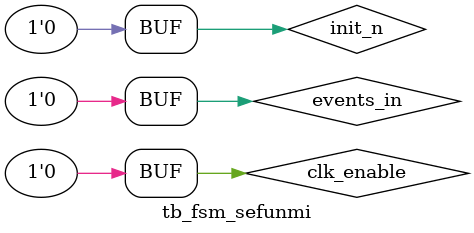
<source format=v>

`timescale 1 ns/1 ns

module tb_fsm_sefunmi();
	reg         clock, reset, enable, check, mode, direction;
	reg  [13:0] events_out;
	wire [15:0] count;

	// Intantiate two versions of the counter. ctr1 uses the default values.
   fsm_sefunmi DUT1(clk_out, init_n, events_in, events_out);
	// Test the counter functionality here.
	// You should set up a 50 MHz clock, along with the various control and input signals.
	// Avoid using the Project 2 clock module, since it is not synthesizable.
	// Adding it to this project will cause Quartus to complain about its synthesizability.

// Sequence the ENABLE and CLR signals
   initial begin
      clk_enable = 1;
      init_n = 0;
      events_in = 4'b0000;
      #20  events_in = 4'b0000;
      init_n = 1;
      #20  events_in = 4'b1000;
      #20  events_in = 4'b1100;
      #20  events_in = 4'b1010;
      #20  events_in = 4'b1100;
      #20  events_in = 4'b1010;
      init_n = 0;
      events_in = 4'b0000;
      clk_enable = 0;
   end
endmodule

</source>
